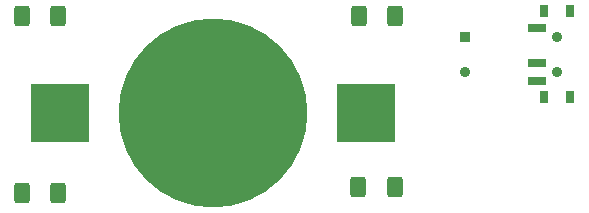
<source format=gbs>
%TF.GenerationSoftware,KiCad,Pcbnew,8.0.6*%
%TF.CreationDate,2024-11-25T21:33:12-05:00*%
%TF.ProjectId,mason-comet-ornament,6d61736f-6e2d-4636-9f6d-65742d6f726e,rev?*%
%TF.SameCoordinates,Original*%
%TF.FileFunction,Soldermask,Bot*%
%TF.FilePolarity,Negative*%
%FSLAX46Y46*%
G04 Gerber Fmt 4.6, Leading zero omitted, Abs format (unit mm)*
G04 Created by KiCad (PCBNEW 8.0.6) date 2024-11-25 21:33:12*
%MOMM*%
%LPD*%
G01*
G04 APERTURE LIST*
G04 Aperture macros list*
%AMRoundRect*
0 Rectangle with rounded corners*
0 $1 Rounding radius*
0 $2 $3 $4 $5 $6 $7 $8 $9 X,Y pos of 4 corners*
0 Add a 4 corners polygon primitive as box body*
4,1,4,$2,$3,$4,$5,$6,$7,$8,$9,$2,$3,0*
0 Add four circle primitives for the rounded corners*
1,1,$1+$1,$2,$3*
1,1,$1+$1,$4,$5*
1,1,$1+$1,$6,$7*
1,1,$1+$1,$8,$9*
0 Add four rect primitives between the rounded corners*
20,1,$1+$1,$2,$3,$4,$5,0*
20,1,$1+$1,$4,$5,$6,$7,0*
20,1,$1+$1,$6,$7,$8,$9,0*
20,1,$1+$1,$8,$9,$2,$3,0*%
G04 Aperture macros list end*
%ADD10RoundRect,0.250000X0.400000X0.625000X-0.400000X0.625000X-0.400000X-0.625000X0.400000X-0.625000X0*%
%ADD11RoundRect,0.250000X-0.400000X-0.625000X0.400000X-0.625000X0.400000X0.625000X-0.400000X0.625000X0*%
%ADD12R,5.000000X5.000000*%
%ADD13C,16.000000*%
%ADD14R,0.850000X0.850000*%
%ADD15C,0.900000*%
%ADD16R,0.800000X1.000000*%
%ADD17R,1.500000X0.700000*%
G04 APERTURE END LIST*
D10*
%TO.C,R3*%
X60550000Y-55750000D03*
X57450000Y-55750000D03*
%TD*%
D11*
%TO.C,R4*%
X28937500Y-56250000D03*
X32037500Y-56250000D03*
%TD*%
%TO.C,R2*%
X28950000Y-41250000D03*
X32050000Y-41250000D03*
%TD*%
D10*
%TO.C,R1*%
X60562500Y-41250000D03*
X57462500Y-41250000D03*
%TD*%
D12*
%TO.C,BT1*%
X32145000Y-49500000D03*
X58045000Y-49500000D03*
D13*
X45095000Y-49500000D03*
%TD*%
D14*
%TO.C,J2*%
X66500000Y-43000000D03*
%TD*%
D15*
%TO.C,J1*%
X66500000Y-46000000D03*
%TD*%
D16*
%TO.C,SW1*%
X75400000Y-40850000D03*
X73190000Y-40850000D03*
D15*
X74300000Y-43000000D03*
X74300000Y-46000000D03*
D16*
X75400000Y-48150000D03*
X73190000Y-48150000D03*
D17*
X72540000Y-42250000D03*
X72540000Y-45250000D03*
X72540000Y-46750000D03*
%TD*%
M02*

</source>
